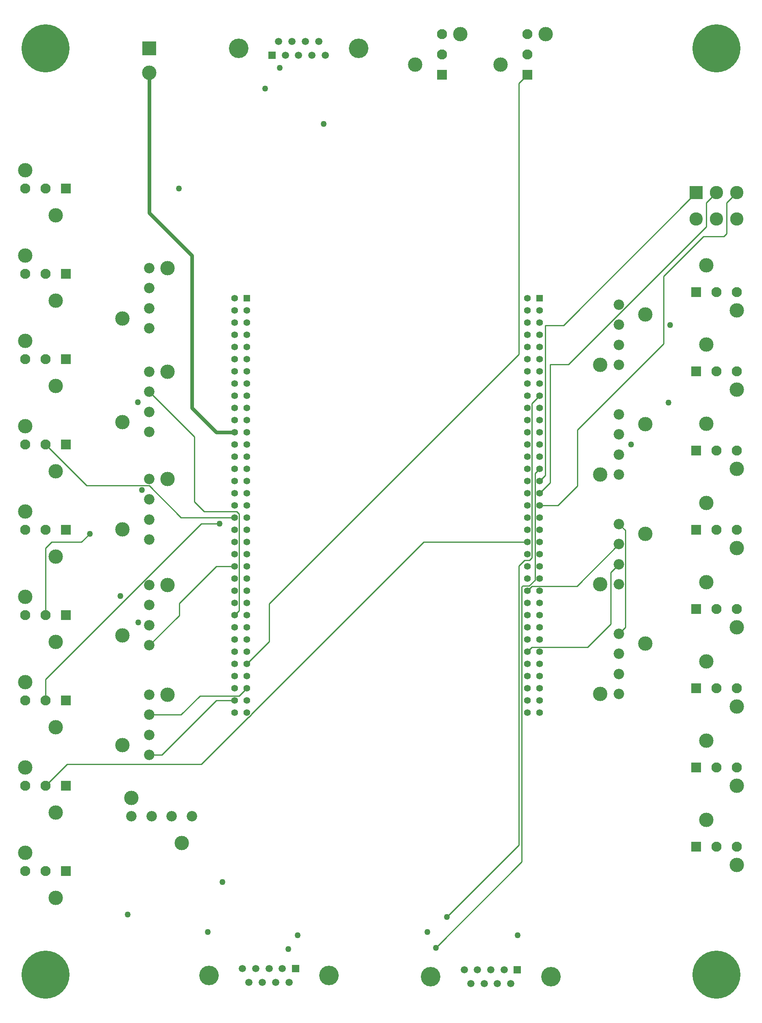
<source format=gbl>
G04*
G04 #@! TF.GenerationSoftware,Altium Limited,Altium Designer,21.8.1 (53)*
G04*
G04 Layer_Physical_Order=4*
G04 Layer_Color=16711680*
%FSLAX44Y44*%
%MOMM*%
G71*
G04*
G04 #@! TF.SameCoordinates,803AB11E-904C-4F7A-9A81-77FAE9A3CB3A*
G04*
G04*
G04 #@! TF.FilePolarity,Positive*
G04*
G01*
G75*
%ADD12C,0.2540*%
%ADD46C,0.7620*%
%ADD47R,2.1000X2.1000*%
%ADD48C,2.1000*%
%ADD49C,3.0000*%
%ADD50C,2.1750*%
%ADD51C,2.7750*%
%ADD52R,2.7750X2.7750*%
%ADD53C,1.5080*%
%ADD54R,1.5080X1.5080*%
%ADD55C,4.0660*%
%ADD56R,3.0000X3.0000*%
%ADD57R,2.1000X2.1000*%
%ADD58C,10.0000*%
%ADD59R,1.3900X1.3900*%
%ADD60C,1.3900*%
%ADD61C,1.2700*%
D12*
X114300Y1003300D02*
X176276D01*
X101600Y850900D02*
Y990600D01*
X114300Y1003300D01*
X176276D02*
X193548Y1020572D01*
X411480Y1087120D02*
Y1222420D01*
Y1087120D02*
X431546Y1067054D01*
X499618D01*
X530190Y643769D02*
Y644490D01*
X889762Y1003300D02*
X1104900D01*
X524631Y638210D02*
X530190Y643769D01*
Y644490D02*
X889381Y1003681D01*
X426212Y540512D02*
X523910Y638210D01*
X524631D01*
X146812Y540512D02*
X426212D01*
X457200Y673100D02*
X495300D01*
X457200Y952500D02*
X495300D01*
X425704Y1041400D02*
X463804D01*
X383794Y1054100D02*
X495300D01*
X1130300Y1079500D02*
X1168400D01*
X1114552Y911352D02*
X1207852D01*
X1114552Y784352D02*
X1230122D01*
X1152398Y1372870D02*
X1190498D01*
X1141984Y1454884D02*
X1180084D01*
X1230122Y784352D02*
X1278128Y832358D01*
X1295400Y812300D02*
X1308862Y825762D01*
X1278128Y832358D02*
Y939628D01*
X1308862Y825762D02*
Y1027438D01*
X1278128Y939628D02*
X1295400Y956900D01*
X1207852Y911352D02*
X1295400Y998900D01*
Y1040900D02*
X1308862Y1027438D01*
X1168400Y1079500D02*
X1208786Y1119886D01*
Y1236726D01*
X1388618Y1416558D01*
Y1557020D01*
X1190498Y1372870D02*
X1477518Y1659890D01*
X1180084Y1454884D02*
X1456600Y1731400D01*
X1388618Y1557020D02*
X1471676Y1640078D01*
X1513840D01*
X1519682Y1645920D01*
Y1710482D01*
X1477518Y1659890D02*
Y1710318D01*
X1498600Y1731400D01*
X1519682Y1710482D02*
X1540600Y1731400D01*
X1087120Y1959520D02*
X1104900Y1977300D01*
X1087120Y371528D02*
Y953008D01*
X914400Y157480D02*
X1093470Y336550D01*
X937060Y221469D02*
X1087120Y371528D01*
X101600Y717296D02*
X425704Y1041400D01*
X101600Y673100D02*
Y717296D01*
X1114552Y1292352D02*
X1130300Y1308100D01*
X1114552Y970280D02*
Y1292352D01*
X1109472Y965200D02*
X1114552Y970280D01*
X1099312Y965200D02*
X1109472D01*
X1087120Y953008D02*
X1099312Y965200D01*
X495300Y850900D02*
X504952Y860552D01*
Y1061720D01*
X499618Y1067054D02*
X504952Y1061720D01*
X317500Y1316400D02*
X411480Y1222420D01*
X520700Y749300D02*
X567182Y795782D01*
Y874268D01*
X1087120Y1394206D01*
Y1959520D01*
X504952Y682752D02*
X520700Y698500D01*
X423164Y682752D02*
X504952D01*
X383712Y643300D02*
X423164Y682752D01*
X317500Y643300D02*
X383712D01*
X1120648Y1146048D02*
X1130300Y1155700D01*
X1120648Y923798D02*
Y1146048D01*
X1108456Y911606D02*
X1120648Y923798D01*
X1095248Y911606D02*
X1108456D01*
X1093470Y909828D02*
X1095248Y911606D01*
X1093470Y336550D02*
Y909828D01*
X101600Y1206500D02*
X187452Y1120648D01*
X317246D01*
X383794Y1054100D01*
X101600Y495300D02*
X146812Y540512D01*
X1104900Y901700D02*
X1114552Y911352D01*
X317500Y559300D02*
X343400D01*
X457200Y673100D01*
X379984Y875284D02*
X457200Y952500D01*
X379984Y850384D02*
Y875284D01*
X317500Y787900D02*
X379984Y850384D01*
X1104900Y774700D02*
X1114552Y784352D01*
X1130300Y1104900D02*
X1152398Y1126998D01*
Y1372870D01*
X1130300Y1130300D02*
X1141984Y1141984D01*
Y1454884D01*
D46*
X317500Y1689100D02*
Y1981600D01*
Y1689100D02*
X406400Y1600200D01*
X457200Y1231900D02*
X495300D01*
X406400Y1282700D02*
Y1600200D01*
Y1282700D02*
X457200Y1231900D01*
D47*
X1456600Y368300D02*
D03*
Y533400D02*
D03*
Y698500D02*
D03*
Y863600D02*
D03*
Y1028700D02*
D03*
Y1193800D02*
D03*
Y1358900D02*
D03*
Y1524000D02*
D03*
X143600Y1562100D02*
D03*
Y673100D02*
D03*
Y1384300D02*
D03*
Y850900D02*
D03*
Y495300D02*
D03*
Y1028700D02*
D03*
Y1739900D02*
D03*
Y1206500D02*
D03*
Y317500D02*
D03*
D48*
X1498600Y368300D02*
D03*
X1540600D02*
D03*
X1498600Y533400D02*
D03*
X1540600D02*
D03*
X1498600Y698500D02*
D03*
X1540600D02*
D03*
X1498600Y863600D02*
D03*
X1540600D02*
D03*
Y1028700D02*
D03*
X1498600D02*
D03*
Y1193800D02*
D03*
X1540600D02*
D03*
X1498600Y1358900D02*
D03*
X1540600D02*
D03*
X1498600Y1524000D02*
D03*
X1540600D02*
D03*
X927100Y2061300D02*
D03*
Y2019300D02*
D03*
X1104900D02*
D03*
Y2061300D02*
D03*
X59600Y1562100D02*
D03*
X101600D02*
D03*
X59600Y673100D02*
D03*
X101600D02*
D03*
X59600Y1384300D02*
D03*
X101600D02*
D03*
X59600Y850900D02*
D03*
X101600D02*
D03*
X59600Y495300D02*
D03*
X101600D02*
D03*
X59600Y1028700D02*
D03*
X101600D02*
D03*
X59600Y1739900D02*
D03*
X101600D02*
D03*
X59600Y1206500D02*
D03*
X101600D02*
D03*
X59600Y317500D02*
D03*
X101600D02*
D03*
D49*
X1477600Y423800D02*
D03*
X1540600Y329800D02*
D03*
X1477600Y588900D02*
D03*
X1540600Y494900D02*
D03*
X1477600Y754000D02*
D03*
X1540600Y660000D02*
D03*
X1350900Y791300D02*
D03*
X1256900Y686300D02*
D03*
X1477600Y919100D02*
D03*
X1540600Y825100D02*
D03*
X1350900Y1019900D02*
D03*
X1256900Y914900D02*
D03*
X1540600Y990200D02*
D03*
X1477600Y1084200D02*
D03*
X1350900Y1248500D02*
D03*
X1256900Y1143500D02*
D03*
X1477600Y1249300D02*
D03*
X1540600Y1155300D02*
D03*
X1350900Y1477100D02*
D03*
X1256900Y1372100D02*
D03*
X1477600Y1414400D02*
D03*
X1540600Y1320400D02*
D03*
X1477600Y1579500D02*
D03*
X1540600Y1485500D02*
D03*
X317500Y1981600D02*
D03*
X965600Y2061300D02*
D03*
X871600Y1998300D02*
D03*
X1049400D02*
D03*
X1143400Y2061300D02*
D03*
X356000Y1574300D02*
D03*
X262000Y1469300D02*
D03*
X59600Y1600600D02*
D03*
X122600Y1506600D02*
D03*
X280400Y470300D02*
D03*
X385400Y376300D02*
D03*
X59600Y711600D02*
D03*
X122600Y617600D02*
D03*
X356000Y1358400D02*
D03*
X262000Y1253400D02*
D03*
X356000Y913900D02*
D03*
X262000Y808900D02*
D03*
X59600Y1422800D02*
D03*
X122600Y1328800D02*
D03*
X59600Y889400D02*
D03*
X122600Y795400D02*
D03*
X59600Y533800D02*
D03*
X122600Y439800D02*
D03*
X59600Y1067200D02*
D03*
X122600Y973200D02*
D03*
X59600Y1778400D02*
D03*
X122600Y1684400D02*
D03*
X59600Y1245000D02*
D03*
X122600Y1151000D02*
D03*
X59600Y356000D02*
D03*
X122600Y262000D02*
D03*
X356000Y685300D02*
D03*
X262000Y580300D02*
D03*
X356000Y1134200D02*
D03*
X262000Y1029200D02*
D03*
D50*
X1295400Y812300D02*
D03*
Y770300D02*
D03*
Y728300D02*
D03*
Y686300D02*
D03*
Y1040900D02*
D03*
Y998900D02*
D03*
Y956900D02*
D03*
Y914900D02*
D03*
Y1269500D02*
D03*
Y1227500D02*
D03*
Y1185500D02*
D03*
Y1143500D02*
D03*
Y1498100D02*
D03*
Y1456100D02*
D03*
Y1414100D02*
D03*
Y1372100D02*
D03*
X317500Y1574300D02*
D03*
Y1532300D02*
D03*
Y1490300D02*
D03*
Y1448300D02*
D03*
X280400Y431800D02*
D03*
X322400D02*
D03*
X364400D02*
D03*
X406400D02*
D03*
X317500Y1358400D02*
D03*
Y1316400D02*
D03*
Y1274400D02*
D03*
Y1232400D02*
D03*
Y913900D02*
D03*
Y871900D02*
D03*
Y829900D02*
D03*
Y787900D02*
D03*
Y685300D02*
D03*
Y643300D02*
D03*
Y601300D02*
D03*
Y559300D02*
D03*
Y1134200D02*
D03*
Y1092200D02*
D03*
Y1050200D02*
D03*
Y1008200D02*
D03*
D51*
X1540600Y1676400D02*
D03*
X1498600D02*
D03*
X1456600D02*
D03*
X1498600Y1731400D02*
D03*
X1540600D02*
D03*
D52*
X1456600D02*
D03*
D53*
X511500Y114300D02*
D03*
X525350Y85900D02*
D03*
X539200Y114300D02*
D03*
X553050Y85900D02*
D03*
X566900Y114300D02*
D03*
X580750Y85900D02*
D03*
X594600Y114300D02*
D03*
X608450Y85900D02*
D03*
X684050Y2017800D02*
D03*
X670200Y2046200D02*
D03*
X656350Y2017800D02*
D03*
X642500Y2046200D02*
D03*
X628650Y2017800D02*
D03*
X614800Y2046200D02*
D03*
X600950Y2017800D02*
D03*
X587100Y2046200D02*
D03*
X973300Y111760D02*
D03*
X987150Y83360D02*
D03*
X1001000Y111760D02*
D03*
X1014850Y83360D02*
D03*
X1028700Y111760D02*
D03*
X1042550Y83360D02*
D03*
X1056400Y111760D02*
D03*
X1070250Y83360D02*
D03*
D54*
X622300Y114300D02*
D03*
X573250Y2017800D02*
D03*
X1084100Y111760D02*
D03*
D55*
X441950Y100100D02*
D03*
X691850D02*
D03*
X753600Y2032000D02*
D03*
X503700D02*
D03*
X903750Y97560D02*
D03*
X1153650D02*
D03*
D56*
X317500Y2031600D02*
D03*
D57*
X927100Y1977300D02*
D03*
X1104900D02*
D03*
D58*
X101600Y2032000D02*
D03*
X1498600Y101600D02*
D03*
Y2032000D02*
D03*
X101600Y101600D02*
D03*
D59*
X520700Y1511300D02*
D03*
X1130300D02*
D03*
D60*
X495300D02*
D03*
X520700Y1485900D02*
D03*
X495300D02*
D03*
X520700Y1460500D02*
D03*
X495300D02*
D03*
X520700Y1435100D02*
D03*
X495300D02*
D03*
X520700Y1409700D02*
D03*
X495300D02*
D03*
X520700Y1384300D02*
D03*
X495300D02*
D03*
X520700Y1358900D02*
D03*
X495300D02*
D03*
X520700Y1333500D02*
D03*
X495300D02*
D03*
X520700Y1308100D02*
D03*
X495300D02*
D03*
X520700Y1282700D02*
D03*
X495300D02*
D03*
X520700Y1257300D02*
D03*
X495300D02*
D03*
X520700Y1231900D02*
D03*
X495300D02*
D03*
X520700Y1206500D02*
D03*
X495300D02*
D03*
X520700Y1181100D02*
D03*
X495300D02*
D03*
X520700Y1155700D02*
D03*
X495300D02*
D03*
X520700Y1130300D02*
D03*
X495300D02*
D03*
X520700Y1104900D02*
D03*
X495300D02*
D03*
X520700Y1079500D02*
D03*
X495300D02*
D03*
X520700Y1054100D02*
D03*
X495300D02*
D03*
X520700Y1028700D02*
D03*
X495300D02*
D03*
X520700Y1003300D02*
D03*
X495300D02*
D03*
X520700Y977900D02*
D03*
X495300D02*
D03*
X520700Y952500D02*
D03*
X495300D02*
D03*
X520700Y927100D02*
D03*
X495300D02*
D03*
X520700Y901700D02*
D03*
X495300D02*
D03*
X520700Y876300D02*
D03*
X495300D02*
D03*
X520700Y850900D02*
D03*
X495300D02*
D03*
X520700Y825500D02*
D03*
X495300D02*
D03*
X520700Y800100D02*
D03*
X495300D02*
D03*
X520700Y774700D02*
D03*
X495300D02*
D03*
X520700Y749300D02*
D03*
X495300D02*
D03*
X520700Y723900D02*
D03*
X495300D02*
D03*
X520700Y698500D02*
D03*
X495300D02*
D03*
X520700Y673100D02*
D03*
X495300D02*
D03*
X520700Y647700D02*
D03*
X495300D02*
D03*
X1104900D02*
D03*
X1130300D02*
D03*
X1104900Y673100D02*
D03*
X1130300D02*
D03*
X1104900Y698500D02*
D03*
X1130300D02*
D03*
X1104900Y723900D02*
D03*
X1130300D02*
D03*
X1104900Y749300D02*
D03*
X1130300D02*
D03*
X1104900Y774700D02*
D03*
X1130300D02*
D03*
X1104900Y800100D02*
D03*
X1130300D02*
D03*
X1104900Y825500D02*
D03*
X1130300D02*
D03*
X1104900Y850900D02*
D03*
X1130300D02*
D03*
X1104900Y876300D02*
D03*
X1130300D02*
D03*
X1104900Y901700D02*
D03*
X1130300D02*
D03*
X1104900Y927100D02*
D03*
X1130300D02*
D03*
X1104900Y952500D02*
D03*
X1130300D02*
D03*
X1104900Y977900D02*
D03*
X1130300D02*
D03*
X1104900Y1003300D02*
D03*
X1130300D02*
D03*
X1104900Y1028700D02*
D03*
X1130300D02*
D03*
X1104900Y1054100D02*
D03*
X1130300D02*
D03*
X1104900Y1079500D02*
D03*
X1130300D02*
D03*
X1104900Y1104900D02*
D03*
X1130300D02*
D03*
X1104900Y1130300D02*
D03*
X1130300D02*
D03*
X1104900Y1155700D02*
D03*
X1130300D02*
D03*
X1104900Y1181100D02*
D03*
X1130300D02*
D03*
X1104900Y1206500D02*
D03*
X1130300D02*
D03*
X1104900Y1231900D02*
D03*
X1130300D02*
D03*
X1104900Y1257300D02*
D03*
X1130300D02*
D03*
X1104900Y1282700D02*
D03*
X1130300D02*
D03*
X1104900Y1308100D02*
D03*
X1130300D02*
D03*
X1104900Y1333500D02*
D03*
X1130300D02*
D03*
X1104900Y1358900D02*
D03*
X1130300D02*
D03*
X1104900Y1384300D02*
D03*
X1130300D02*
D03*
X1104900Y1409700D02*
D03*
X1130300D02*
D03*
X1104900Y1435100D02*
D03*
X1130300D02*
D03*
X1104900Y1460500D02*
D03*
X1130300D02*
D03*
X1104900Y1485900D02*
D03*
X1130300D02*
D03*
X1104900Y1511300D02*
D03*
D61*
X257556Y891032D02*
D03*
X293624Y1294892D02*
D03*
X379476Y1739900D02*
D03*
X193548Y1020572D02*
D03*
X302514Y1111504D02*
D03*
X463804Y1041400D02*
D03*
X294640Y835660D02*
D03*
X272632Y226568D02*
D03*
X937060Y221469D02*
D03*
X896620Y190500D02*
D03*
X1084580Y183896D02*
D03*
X626872D02*
D03*
X914400Y157480D02*
D03*
X439420Y190500D02*
D03*
X607060Y155194D02*
D03*
X469900Y294640D02*
D03*
X680720Y1874520D02*
D03*
X589280Y1991360D02*
D03*
X558800Y1948180D02*
D03*
X1402207Y1455293D02*
D03*
X1398778Y1293622D02*
D03*
X1320800Y1206500D02*
D03*
M02*

</source>
